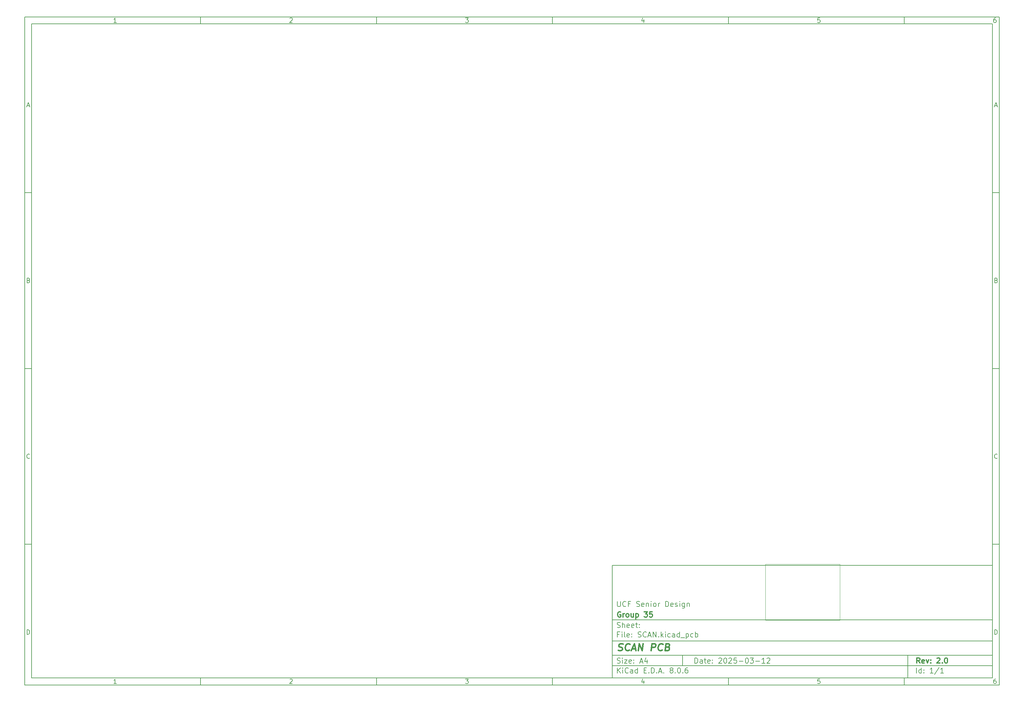
<source format=gbr>
G04 #@! TF.GenerationSoftware,KiCad,Pcbnew,8.0.6*
G04 #@! TF.CreationDate,2025-03-13T06:21:31-04:00*
G04 #@! TF.ProjectId,SCAN,5343414e-2e6b-4696-9361-645f70636258,2.0*
G04 #@! TF.SameCoordinates,Original*
G04 #@! TF.FileFunction,Glue,Bot*
G04 #@! TF.FilePolarity,Positive*
%FSLAX46Y46*%
G04 Gerber Fmt 4.6, Leading zero omitted, Abs format (unit mm)*
G04 Created by KiCad (PCBNEW 8.0.6) date 2025-03-13 06:21:31*
%MOMM*%
%LPD*%
G01*
G04 APERTURE LIST*
%ADD10C,0.100000*%
%ADD11C,0.150000*%
%ADD12C,0.300000*%
%ADD13C,0.400000*%
G04 APERTURE END LIST*
D10*
X220538867Y-165653700D02*
X220538867Y-181528700D01*
X241705533Y-181528700D01*
X241705533Y-165653700D01*
X220538867Y-165653700D01*
D11*
X177002200Y-166007200D02*
X285002200Y-166007200D01*
X285002200Y-198007200D01*
X177002200Y-198007200D01*
X177002200Y-166007200D01*
D10*
D11*
X10000000Y-10000000D02*
X287002200Y-10000000D01*
X287002200Y-200007200D01*
X10000000Y-200007200D01*
X10000000Y-10000000D01*
D10*
D11*
X12000000Y-12000000D02*
X285002200Y-12000000D01*
X285002200Y-198007200D01*
X12000000Y-198007200D01*
X12000000Y-12000000D01*
D10*
D11*
X60000000Y-12000000D02*
X60000000Y-10000000D01*
D10*
D11*
X110000000Y-12000000D02*
X110000000Y-10000000D01*
D10*
D11*
X160000000Y-12000000D02*
X160000000Y-10000000D01*
D10*
D11*
X210000000Y-12000000D02*
X210000000Y-10000000D01*
D10*
D11*
X260000000Y-12000000D02*
X260000000Y-10000000D01*
D10*
D11*
X36089160Y-11593604D02*
X35346303Y-11593604D01*
X35717731Y-11593604D02*
X35717731Y-10293604D01*
X35717731Y-10293604D02*
X35593922Y-10479319D01*
X35593922Y-10479319D02*
X35470112Y-10603128D01*
X35470112Y-10603128D02*
X35346303Y-10665033D01*
D10*
D11*
X85346303Y-10417414D02*
X85408207Y-10355509D01*
X85408207Y-10355509D02*
X85532017Y-10293604D01*
X85532017Y-10293604D02*
X85841541Y-10293604D01*
X85841541Y-10293604D02*
X85965350Y-10355509D01*
X85965350Y-10355509D02*
X86027255Y-10417414D01*
X86027255Y-10417414D02*
X86089160Y-10541223D01*
X86089160Y-10541223D02*
X86089160Y-10665033D01*
X86089160Y-10665033D02*
X86027255Y-10850747D01*
X86027255Y-10850747D02*
X85284398Y-11593604D01*
X85284398Y-11593604D02*
X86089160Y-11593604D01*
D10*
D11*
X135284398Y-10293604D02*
X136089160Y-10293604D01*
X136089160Y-10293604D02*
X135655826Y-10788842D01*
X135655826Y-10788842D02*
X135841541Y-10788842D01*
X135841541Y-10788842D02*
X135965350Y-10850747D01*
X135965350Y-10850747D02*
X136027255Y-10912652D01*
X136027255Y-10912652D02*
X136089160Y-11036461D01*
X136089160Y-11036461D02*
X136089160Y-11345985D01*
X136089160Y-11345985D02*
X136027255Y-11469795D01*
X136027255Y-11469795D02*
X135965350Y-11531700D01*
X135965350Y-11531700D02*
X135841541Y-11593604D01*
X135841541Y-11593604D02*
X135470112Y-11593604D01*
X135470112Y-11593604D02*
X135346303Y-11531700D01*
X135346303Y-11531700D02*
X135284398Y-11469795D01*
D10*
D11*
X185965350Y-10726938D02*
X185965350Y-11593604D01*
X185655826Y-10231700D02*
X185346303Y-11160271D01*
X185346303Y-11160271D02*
X186151064Y-11160271D01*
D10*
D11*
X236027255Y-10293604D02*
X235408207Y-10293604D01*
X235408207Y-10293604D02*
X235346303Y-10912652D01*
X235346303Y-10912652D02*
X235408207Y-10850747D01*
X235408207Y-10850747D02*
X235532017Y-10788842D01*
X235532017Y-10788842D02*
X235841541Y-10788842D01*
X235841541Y-10788842D02*
X235965350Y-10850747D01*
X235965350Y-10850747D02*
X236027255Y-10912652D01*
X236027255Y-10912652D02*
X236089160Y-11036461D01*
X236089160Y-11036461D02*
X236089160Y-11345985D01*
X236089160Y-11345985D02*
X236027255Y-11469795D01*
X236027255Y-11469795D02*
X235965350Y-11531700D01*
X235965350Y-11531700D02*
X235841541Y-11593604D01*
X235841541Y-11593604D02*
X235532017Y-11593604D01*
X235532017Y-11593604D02*
X235408207Y-11531700D01*
X235408207Y-11531700D02*
X235346303Y-11469795D01*
D10*
D11*
X285965350Y-10293604D02*
X285717731Y-10293604D01*
X285717731Y-10293604D02*
X285593922Y-10355509D01*
X285593922Y-10355509D02*
X285532017Y-10417414D01*
X285532017Y-10417414D02*
X285408207Y-10603128D01*
X285408207Y-10603128D02*
X285346303Y-10850747D01*
X285346303Y-10850747D02*
X285346303Y-11345985D01*
X285346303Y-11345985D02*
X285408207Y-11469795D01*
X285408207Y-11469795D02*
X285470112Y-11531700D01*
X285470112Y-11531700D02*
X285593922Y-11593604D01*
X285593922Y-11593604D02*
X285841541Y-11593604D01*
X285841541Y-11593604D02*
X285965350Y-11531700D01*
X285965350Y-11531700D02*
X286027255Y-11469795D01*
X286027255Y-11469795D02*
X286089160Y-11345985D01*
X286089160Y-11345985D02*
X286089160Y-11036461D01*
X286089160Y-11036461D02*
X286027255Y-10912652D01*
X286027255Y-10912652D02*
X285965350Y-10850747D01*
X285965350Y-10850747D02*
X285841541Y-10788842D01*
X285841541Y-10788842D02*
X285593922Y-10788842D01*
X285593922Y-10788842D02*
X285470112Y-10850747D01*
X285470112Y-10850747D02*
X285408207Y-10912652D01*
X285408207Y-10912652D02*
X285346303Y-11036461D01*
D10*
D11*
X60000000Y-198007200D02*
X60000000Y-200007200D01*
D10*
D11*
X110000000Y-198007200D02*
X110000000Y-200007200D01*
D10*
D11*
X160000000Y-198007200D02*
X160000000Y-200007200D01*
D10*
D11*
X210000000Y-198007200D02*
X210000000Y-200007200D01*
D10*
D11*
X260000000Y-198007200D02*
X260000000Y-200007200D01*
D10*
D11*
X36089160Y-199600804D02*
X35346303Y-199600804D01*
X35717731Y-199600804D02*
X35717731Y-198300804D01*
X35717731Y-198300804D02*
X35593922Y-198486519D01*
X35593922Y-198486519D02*
X35470112Y-198610328D01*
X35470112Y-198610328D02*
X35346303Y-198672233D01*
D10*
D11*
X85346303Y-198424614D02*
X85408207Y-198362709D01*
X85408207Y-198362709D02*
X85532017Y-198300804D01*
X85532017Y-198300804D02*
X85841541Y-198300804D01*
X85841541Y-198300804D02*
X85965350Y-198362709D01*
X85965350Y-198362709D02*
X86027255Y-198424614D01*
X86027255Y-198424614D02*
X86089160Y-198548423D01*
X86089160Y-198548423D02*
X86089160Y-198672233D01*
X86089160Y-198672233D02*
X86027255Y-198857947D01*
X86027255Y-198857947D02*
X85284398Y-199600804D01*
X85284398Y-199600804D02*
X86089160Y-199600804D01*
D10*
D11*
X135284398Y-198300804D02*
X136089160Y-198300804D01*
X136089160Y-198300804D02*
X135655826Y-198796042D01*
X135655826Y-198796042D02*
X135841541Y-198796042D01*
X135841541Y-198796042D02*
X135965350Y-198857947D01*
X135965350Y-198857947D02*
X136027255Y-198919852D01*
X136027255Y-198919852D02*
X136089160Y-199043661D01*
X136089160Y-199043661D02*
X136089160Y-199353185D01*
X136089160Y-199353185D02*
X136027255Y-199476995D01*
X136027255Y-199476995D02*
X135965350Y-199538900D01*
X135965350Y-199538900D02*
X135841541Y-199600804D01*
X135841541Y-199600804D02*
X135470112Y-199600804D01*
X135470112Y-199600804D02*
X135346303Y-199538900D01*
X135346303Y-199538900D02*
X135284398Y-199476995D01*
D10*
D11*
X185965350Y-198734138D02*
X185965350Y-199600804D01*
X185655826Y-198238900D02*
X185346303Y-199167471D01*
X185346303Y-199167471D02*
X186151064Y-199167471D01*
D10*
D11*
X236027255Y-198300804D02*
X235408207Y-198300804D01*
X235408207Y-198300804D02*
X235346303Y-198919852D01*
X235346303Y-198919852D02*
X235408207Y-198857947D01*
X235408207Y-198857947D02*
X235532017Y-198796042D01*
X235532017Y-198796042D02*
X235841541Y-198796042D01*
X235841541Y-198796042D02*
X235965350Y-198857947D01*
X235965350Y-198857947D02*
X236027255Y-198919852D01*
X236027255Y-198919852D02*
X236089160Y-199043661D01*
X236089160Y-199043661D02*
X236089160Y-199353185D01*
X236089160Y-199353185D02*
X236027255Y-199476995D01*
X236027255Y-199476995D02*
X235965350Y-199538900D01*
X235965350Y-199538900D02*
X235841541Y-199600804D01*
X235841541Y-199600804D02*
X235532017Y-199600804D01*
X235532017Y-199600804D02*
X235408207Y-199538900D01*
X235408207Y-199538900D02*
X235346303Y-199476995D01*
D10*
D11*
X285965350Y-198300804D02*
X285717731Y-198300804D01*
X285717731Y-198300804D02*
X285593922Y-198362709D01*
X285593922Y-198362709D02*
X285532017Y-198424614D01*
X285532017Y-198424614D02*
X285408207Y-198610328D01*
X285408207Y-198610328D02*
X285346303Y-198857947D01*
X285346303Y-198857947D02*
X285346303Y-199353185D01*
X285346303Y-199353185D02*
X285408207Y-199476995D01*
X285408207Y-199476995D02*
X285470112Y-199538900D01*
X285470112Y-199538900D02*
X285593922Y-199600804D01*
X285593922Y-199600804D02*
X285841541Y-199600804D01*
X285841541Y-199600804D02*
X285965350Y-199538900D01*
X285965350Y-199538900D02*
X286027255Y-199476995D01*
X286027255Y-199476995D02*
X286089160Y-199353185D01*
X286089160Y-199353185D02*
X286089160Y-199043661D01*
X286089160Y-199043661D02*
X286027255Y-198919852D01*
X286027255Y-198919852D02*
X285965350Y-198857947D01*
X285965350Y-198857947D02*
X285841541Y-198796042D01*
X285841541Y-198796042D02*
X285593922Y-198796042D01*
X285593922Y-198796042D02*
X285470112Y-198857947D01*
X285470112Y-198857947D02*
X285408207Y-198919852D01*
X285408207Y-198919852D02*
X285346303Y-199043661D01*
D10*
D11*
X10000000Y-60000000D02*
X12000000Y-60000000D01*
D10*
D11*
X10000000Y-110000000D02*
X12000000Y-110000000D01*
D10*
D11*
X10000000Y-160000000D02*
X12000000Y-160000000D01*
D10*
D11*
X10690476Y-35222176D02*
X11309523Y-35222176D01*
X10566666Y-35593604D02*
X10999999Y-34293604D01*
X10999999Y-34293604D02*
X11433333Y-35593604D01*
D10*
D11*
X11092857Y-84912652D02*
X11278571Y-84974557D01*
X11278571Y-84974557D02*
X11340476Y-85036461D01*
X11340476Y-85036461D02*
X11402380Y-85160271D01*
X11402380Y-85160271D02*
X11402380Y-85345985D01*
X11402380Y-85345985D02*
X11340476Y-85469795D01*
X11340476Y-85469795D02*
X11278571Y-85531700D01*
X11278571Y-85531700D02*
X11154761Y-85593604D01*
X11154761Y-85593604D02*
X10659523Y-85593604D01*
X10659523Y-85593604D02*
X10659523Y-84293604D01*
X10659523Y-84293604D02*
X11092857Y-84293604D01*
X11092857Y-84293604D02*
X11216666Y-84355509D01*
X11216666Y-84355509D02*
X11278571Y-84417414D01*
X11278571Y-84417414D02*
X11340476Y-84541223D01*
X11340476Y-84541223D02*
X11340476Y-84665033D01*
X11340476Y-84665033D02*
X11278571Y-84788842D01*
X11278571Y-84788842D02*
X11216666Y-84850747D01*
X11216666Y-84850747D02*
X11092857Y-84912652D01*
X11092857Y-84912652D02*
X10659523Y-84912652D01*
D10*
D11*
X11402380Y-135469795D02*
X11340476Y-135531700D01*
X11340476Y-135531700D02*
X11154761Y-135593604D01*
X11154761Y-135593604D02*
X11030952Y-135593604D01*
X11030952Y-135593604D02*
X10845238Y-135531700D01*
X10845238Y-135531700D02*
X10721428Y-135407890D01*
X10721428Y-135407890D02*
X10659523Y-135284080D01*
X10659523Y-135284080D02*
X10597619Y-135036461D01*
X10597619Y-135036461D02*
X10597619Y-134850747D01*
X10597619Y-134850747D02*
X10659523Y-134603128D01*
X10659523Y-134603128D02*
X10721428Y-134479319D01*
X10721428Y-134479319D02*
X10845238Y-134355509D01*
X10845238Y-134355509D02*
X11030952Y-134293604D01*
X11030952Y-134293604D02*
X11154761Y-134293604D01*
X11154761Y-134293604D02*
X11340476Y-134355509D01*
X11340476Y-134355509D02*
X11402380Y-134417414D01*
D10*
D11*
X10659523Y-185593604D02*
X10659523Y-184293604D01*
X10659523Y-184293604D02*
X10969047Y-184293604D01*
X10969047Y-184293604D02*
X11154761Y-184355509D01*
X11154761Y-184355509D02*
X11278571Y-184479319D01*
X11278571Y-184479319D02*
X11340476Y-184603128D01*
X11340476Y-184603128D02*
X11402380Y-184850747D01*
X11402380Y-184850747D02*
X11402380Y-185036461D01*
X11402380Y-185036461D02*
X11340476Y-185284080D01*
X11340476Y-185284080D02*
X11278571Y-185407890D01*
X11278571Y-185407890D02*
X11154761Y-185531700D01*
X11154761Y-185531700D02*
X10969047Y-185593604D01*
X10969047Y-185593604D02*
X10659523Y-185593604D01*
D10*
D11*
X287002200Y-60000000D02*
X285002200Y-60000000D01*
D10*
D11*
X287002200Y-110000000D02*
X285002200Y-110000000D01*
D10*
D11*
X287002200Y-160000000D02*
X285002200Y-160000000D01*
D10*
D11*
X285692676Y-35222176D02*
X286311723Y-35222176D01*
X285568866Y-35593604D02*
X286002199Y-34293604D01*
X286002199Y-34293604D02*
X286435533Y-35593604D01*
D10*
D11*
X286095057Y-84912652D02*
X286280771Y-84974557D01*
X286280771Y-84974557D02*
X286342676Y-85036461D01*
X286342676Y-85036461D02*
X286404580Y-85160271D01*
X286404580Y-85160271D02*
X286404580Y-85345985D01*
X286404580Y-85345985D02*
X286342676Y-85469795D01*
X286342676Y-85469795D02*
X286280771Y-85531700D01*
X286280771Y-85531700D02*
X286156961Y-85593604D01*
X286156961Y-85593604D02*
X285661723Y-85593604D01*
X285661723Y-85593604D02*
X285661723Y-84293604D01*
X285661723Y-84293604D02*
X286095057Y-84293604D01*
X286095057Y-84293604D02*
X286218866Y-84355509D01*
X286218866Y-84355509D02*
X286280771Y-84417414D01*
X286280771Y-84417414D02*
X286342676Y-84541223D01*
X286342676Y-84541223D02*
X286342676Y-84665033D01*
X286342676Y-84665033D02*
X286280771Y-84788842D01*
X286280771Y-84788842D02*
X286218866Y-84850747D01*
X286218866Y-84850747D02*
X286095057Y-84912652D01*
X286095057Y-84912652D02*
X285661723Y-84912652D01*
D10*
D11*
X286404580Y-135469795D02*
X286342676Y-135531700D01*
X286342676Y-135531700D02*
X286156961Y-135593604D01*
X286156961Y-135593604D02*
X286033152Y-135593604D01*
X286033152Y-135593604D02*
X285847438Y-135531700D01*
X285847438Y-135531700D02*
X285723628Y-135407890D01*
X285723628Y-135407890D02*
X285661723Y-135284080D01*
X285661723Y-135284080D02*
X285599819Y-135036461D01*
X285599819Y-135036461D02*
X285599819Y-134850747D01*
X285599819Y-134850747D02*
X285661723Y-134603128D01*
X285661723Y-134603128D02*
X285723628Y-134479319D01*
X285723628Y-134479319D02*
X285847438Y-134355509D01*
X285847438Y-134355509D02*
X286033152Y-134293604D01*
X286033152Y-134293604D02*
X286156961Y-134293604D01*
X286156961Y-134293604D02*
X286342676Y-134355509D01*
X286342676Y-134355509D02*
X286404580Y-134417414D01*
D10*
D11*
X285661723Y-185593604D02*
X285661723Y-184293604D01*
X285661723Y-184293604D02*
X285971247Y-184293604D01*
X285971247Y-184293604D02*
X286156961Y-184355509D01*
X286156961Y-184355509D02*
X286280771Y-184479319D01*
X286280771Y-184479319D02*
X286342676Y-184603128D01*
X286342676Y-184603128D02*
X286404580Y-184850747D01*
X286404580Y-184850747D02*
X286404580Y-185036461D01*
X286404580Y-185036461D02*
X286342676Y-185284080D01*
X286342676Y-185284080D02*
X286280771Y-185407890D01*
X286280771Y-185407890D02*
X286156961Y-185531700D01*
X286156961Y-185531700D02*
X285971247Y-185593604D01*
X285971247Y-185593604D02*
X285661723Y-185593604D01*
D10*
D11*
X200458026Y-193793328D02*
X200458026Y-192293328D01*
X200458026Y-192293328D02*
X200815169Y-192293328D01*
X200815169Y-192293328D02*
X201029455Y-192364757D01*
X201029455Y-192364757D02*
X201172312Y-192507614D01*
X201172312Y-192507614D02*
X201243741Y-192650471D01*
X201243741Y-192650471D02*
X201315169Y-192936185D01*
X201315169Y-192936185D02*
X201315169Y-193150471D01*
X201315169Y-193150471D02*
X201243741Y-193436185D01*
X201243741Y-193436185D02*
X201172312Y-193579042D01*
X201172312Y-193579042D02*
X201029455Y-193721900D01*
X201029455Y-193721900D02*
X200815169Y-193793328D01*
X200815169Y-193793328D02*
X200458026Y-193793328D01*
X202600884Y-193793328D02*
X202600884Y-193007614D01*
X202600884Y-193007614D02*
X202529455Y-192864757D01*
X202529455Y-192864757D02*
X202386598Y-192793328D01*
X202386598Y-192793328D02*
X202100884Y-192793328D01*
X202100884Y-192793328D02*
X201958026Y-192864757D01*
X202600884Y-193721900D02*
X202458026Y-193793328D01*
X202458026Y-193793328D02*
X202100884Y-193793328D01*
X202100884Y-193793328D02*
X201958026Y-193721900D01*
X201958026Y-193721900D02*
X201886598Y-193579042D01*
X201886598Y-193579042D02*
X201886598Y-193436185D01*
X201886598Y-193436185D02*
X201958026Y-193293328D01*
X201958026Y-193293328D02*
X202100884Y-193221900D01*
X202100884Y-193221900D02*
X202458026Y-193221900D01*
X202458026Y-193221900D02*
X202600884Y-193150471D01*
X203100884Y-192793328D02*
X203672312Y-192793328D01*
X203315169Y-192293328D02*
X203315169Y-193579042D01*
X203315169Y-193579042D02*
X203386598Y-193721900D01*
X203386598Y-193721900D02*
X203529455Y-193793328D01*
X203529455Y-193793328D02*
X203672312Y-193793328D01*
X204743741Y-193721900D02*
X204600884Y-193793328D01*
X204600884Y-193793328D02*
X204315170Y-193793328D01*
X204315170Y-193793328D02*
X204172312Y-193721900D01*
X204172312Y-193721900D02*
X204100884Y-193579042D01*
X204100884Y-193579042D02*
X204100884Y-193007614D01*
X204100884Y-193007614D02*
X204172312Y-192864757D01*
X204172312Y-192864757D02*
X204315170Y-192793328D01*
X204315170Y-192793328D02*
X204600884Y-192793328D01*
X204600884Y-192793328D02*
X204743741Y-192864757D01*
X204743741Y-192864757D02*
X204815170Y-193007614D01*
X204815170Y-193007614D02*
X204815170Y-193150471D01*
X204815170Y-193150471D02*
X204100884Y-193293328D01*
X205458026Y-193650471D02*
X205529455Y-193721900D01*
X205529455Y-193721900D02*
X205458026Y-193793328D01*
X205458026Y-193793328D02*
X205386598Y-193721900D01*
X205386598Y-193721900D02*
X205458026Y-193650471D01*
X205458026Y-193650471D02*
X205458026Y-193793328D01*
X205458026Y-192864757D02*
X205529455Y-192936185D01*
X205529455Y-192936185D02*
X205458026Y-193007614D01*
X205458026Y-193007614D02*
X205386598Y-192936185D01*
X205386598Y-192936185D02*
X205458026Y-192864757D01*
X205458026Y-192864757D02*
X205458026Y-193007614D01*
X207243741Y-192436185D02*
X207315169Y-192364757D01*
X207315169Y-192364757D02*
X207458027Y-192293328D01*
X207458027Y-192293328D02*
X207815169Y-192293328D01*
X207815169Y-192293328D02*
X207958027Y-192364757D01*
X207958027Y-192364757D02*
X208029455Y-192436185D01*
X208029455Y-192436185D02*
X208100884Y-192579042D01*
X208100884Y-192579042D02*
X208100884Y-192721900D01*
X208100884Y-192721900D02*
X208029455Y-192936185D01*
X208029455Y-192936185D02*
X207172312Y-193793328D01*
X207172312Y-193793328D02*
X208100884Y-193793328D01*
X209029455Y-192293328D02*
X209172312Y-192293328D01*
X209172312Y-192293328D02*
X209315169Y-192364757D01*
X209315169Y-192364757D02*
X209386598Y-192436185D01*
X209386598Y-192436185D02*
X209458026Y-192579042D01*
X209458026Y-192579042D02*
X209529455Y-192864757D01*
X209529455Y-192864757D02*
X209529455Y-193221900D01*
X209529455Y-193221900D02*
X209458026Y-193507614D01*
X209458026Y-193507614D02*
X209386598Y-193650471D01*
X209386598Y-193650471D02*
X209315169Y-193721900D01*
X209315169Y-193721900D02*
X209172312Y-193793328D01*
X209172312Y-193793328D02*
X209029455Y-193793328D01*
X209029455Y-193793328D02*
X208886598Y-193721900D01*
X208886598Y-193721900D02*
X208815169Y-193650471D01*
X208815169Y-193650471D02*
X208743740Y-193507614D01*
X208743740Y-193507614D02*
X208672312Y-193221900D01*
X208672312Y-193221900D02*
X208672312Y-192864757D01*
X208672312Y-192864757D02*
X208743740Y-192579042D01*
X208743740Y-192579042D02*
X208815169Y-192436185D01*
X208815169Y-192436185D02*
X208886598Y-192364757D01*
X208886598Y-192364757D02*
X209029455Y-192293328D01*
X210100883Y-192436185D02*
X210172311Y-192364757D01*
X210172311Y-192364757D02*
X210315169Y-192293328D01*
X210315169Y-192293328D02*
X210672311Y-192293328D01*
X210672311Y-192293328D02*
X210815169Y-192364757D01*
X210815169Y-192364757D02*
X210886597Y-192436185D01*
X210886597Y-192436185D02*
X210958026Y-192579042D01*
X210958026Y-192579042D02*
X210958026Y-192721900D01*
X210958026Y-192721900D02*
X210886597Y-192936185D01*
X210886597Y-192936185D02*
X210029454Y-193793328D01*
X210029454Y-193793328D02*
X210958026Y-193793328D01*
X212315168Y-192293328D02*
X211600882Y-192293328D01*
X211600882Y-192293328D02*
X211529454Y-193007614D01*
X211529454Y-193007614D02*
X211600882Y-192936185D01*
X211600882Y-192936185D02*
X211743740Y-192864757D01*
X211743740Y-192864757D02*
X212100882Y-192864757D01*
X212100882Y-192864757D02*
X212243740Y-192936185D01*
X212243740Y-192936185D02*
X212315168Y-193007614D01*
X212315168Y-193007614D02*
X212386597Y-193150471D01*
X212386597Y-193150471D02*
X212386597Y-193507614D01*
X212386597Y-193507614D02*
X212315168Y-193650471D01*
X212315168Y-193650471D02*
X212243740Y-193721900D01*
X212243740Y-193721900D02*
X212100882Y-193793328D01*
X212100882Y-193793328D02*
X211743740Y-193793328D01*
X211743740Y-193793328D02*
X211600882Y-193721900D01*
X211600882Y-193721900D02*
X211529454Y-193650471D01*
X213029453Y-193221900D02*
X214172311Y-193221900D01*
X215172311Y-192293328D02*
X215315168Y-192293328D01*
X215315168Y-192293328D02*
X215458025Y-192364757D01*
X215458025Y-192364757D02*
X215529454Y-192436185D01*
X215529454Y-192436185D02*
X215600882Y-192579042D01*
X215600882Y-192579042D02*
X215672311Y-192864757D01*
X215672311Y-192864757D02*
X215672311Y-193221900D01*
X215672311Y-193221900D02*
X215600882Y-193507614D01*
X215600882Y-193507614D02*
X215529454Y-193650471D01*
X215529454Y-193650471D02*
X215458025Y-193721900D01*
X215458025Y-193721900D02*
X215315168Y-193793328D01*
X215315168Y-193793328D02*
X215172311Y-193793328D01*
X215172311Y-193793328D02*
X215029454Y-193721900D01*
X215029454Y-193721900D02*
X214958025Y-193650471D01*
X214958025Y-193650471D02*
X214886596Y-193507614D01*
X214886596Y-193507614D02*
X214815168Y-193221900D01*
X214815168Y-193221900D02*
X214815168Y-192864757D01*
X214815168Y-192864757D02*
X214886596Y-192579042D01*
X214886596Y-192579042D02*
X214958025Y-192436185D01*
X214958025Y-192436185D02*
X215029454Y-192364757D01*
X215029454Y-192364757D02*
X215172311Y-192293328D01*
X216172310Y-192293328D02*
X217100882Y-192293328D01*
X217100882Y-192293328D02*
X216600882Y-192864757D01*
X216600882Y-192864757D02*
X216815167Y-192864757D01*
X216815167Y-192864757D02*
X216958025Y-192936185D01*
X216958025Y-192936185D02*
X217029453Y-193007614D01*
X217029453Y-193007614D02*
X217100882Y-193150471D01*
X217100882Y-193150471D02*
X217100882Y-193507614D01*
X217100882Y-193507614D02*
X217029453Y-193650471D01*
X217029453Y-193650471D02*
X216958025Y-193721900D01*
X216958025Y-193721900D02*
X216815167Y-193793328D01*
X216815167Y-193793328D02*
X216386596Y-193793328D01*
X216386596Y-193793328D02*
X216243739Y-193721900D01*
X216243739Y-193721900D02*
X216172310Y-193650471D01*
X217743738Y-193221900D02*
X218886596Y-193221900D01*
X220386596Y-193793328D02*
X219529453Y-193793328D01*
X219958024Y-193793328D02*
X219958024Y-192293328D01*
X219958024Y-192293328D02*
X219815167Y-192507614D01*
X219815167Y-192507614D02*
X219672310Y-192650471D01*
X219672310Y-192650471D02*
X219529453Y-192721900D01*
X220958024Y-192436185D02*
X221029452Y-192364757D01*
X221029452Y-192364757D02*
X221172310Y-192293328D01*
X221172310Y-192293328D02*
X221529452Y-192293328D01*
X221529452Y-192293328D02*
X221672310Y-192364757D01*
X221672310Y-192364757D02*
X221743738Y-192436185D01*
X221743738Y-192436185D02*
X221815167Y-192579042D01*
X221815167Y-192579042D02*
X221815167Y-192721900D01*
X221815167Y-192721900D02*
X221743738Y-192936185D01*
X221743738Y-192936185D02*
X220886595Y-193793328D01*
X220886595Y-193793328D02*
X221815167Y-193793328D01*
D10*
D11*
X177002200Y-194507200D02*
X285002200Y-194507200D01*
D10*
D11*
X178458026Y-196593328D02*
X178458026Y-195093328D01*
X179315169Y-196593328D02*
X178672312Y-195736185D01*
X179315169Y-195093328D02*
X178458026Y-195950471D01*
X179958026Y-196593328D02*
X179958026Y-195593328D01*
X179958026Y-195093328D02*
X179886598Y-195164757D01*
X179886598Y-195164757D02*
X179958026Y-195236185D01*
X179958026Y-195236185D02*
X180029455Y-195164757D01*
X180029455Y-195164757D02*
X179958026Y-195093328D01*
X179958026Y-195093328D02*
X179958026Y-195236185D01*
X181529455Y-196450471D02*
X181458027Y-196521900D01*
X181458027Y-196521900D02*
X181243741Y-196593328D01*
X181243741Y-196593328D02*
X181100884Y-196593328D01*
X181100884Y-196593328D02*
X180886598Y-196521900D01*
X180886598Y-196521900D02*
X180743741Y-196379042D01*
X180743741Y-196379042D02*
X180672312Y-196236185D01*
X180672312Y-196236185D02*
X180600884Y-195950471D01*
X180600884Y-195950471D02*
X180600884Y-195736185D01*
X180600884Y-195736185D02*
X180672312Y-195450471D01*
X180672312Y-195450471D02*
X180743741Y-195307614D01*
X180743741Y-195307614D02*
X180886598Y-195164757D01*
X180886598Y-195164757D02*
X181100884Y-195093328D01*
X181100884Y-195093328D02*
X181243741Y-195093328D01*
X181243741Y-195093328D02*
X181458027Y-195164757D01*
X181458027Y-195164757D02*
X181529455Y-195236185D01*
X182815170Y-196593328D02*
X182815170Y-195807614D01*
X182815170Y-195807614D02*
X182743741Y-195664757D01*
X182743741Y-195664757D02*
X182600884Y-195593328D01*
X182600884Y-195593328D02*
X182315170Y-195593328D01*
X182315170Y-195593328D02*
X182172312Y-195664757D01*
X182815170Y-196521900D02*
X182672312Y-196593328D01*
X182672312Y-196593328D02*
X182315170Y-196593328D01*
X182315170Y-196593328D02*
X182172312Y-196521900D01*
X182172312Y-196521900D02*
X182100884Y-196379042D01*
X182100884Y-196379042D02*
X182100884Y-196236185D01*
X182100884Y-196236185D02*
X182172312Y-196093328D01*
X182172312Y-196093328D02*
X182315170Y-196021900D01*
X182315170Y-196021900D02*
X182672312Y-196021900D01*
X182672312Y-196021900D02*
X182815170Y-195950471D01*
X184172313Y-196593328D02*
X184172313Y-195093328D01*
X184172313Y-196521900D02*
X184029455Y-196593328D01*
X184029455Y-196593328D02*
X183743741Y-196593328D01*
X183743741Y-196593328D02*
X183600884Y-196521900D01*
X183600884Y-196521900D02*
X183529455Y-196450471D01*
X183529455Y-196450471D02*
X183458027Y-196307614D01*
X183458027Y-196307614D02*
X183458027Y-195879042D01*
X183458027Y-195879042D02*
X183529455Y-195736185D01*
X183529455Y-195736185D02*
X183600884Y-195664757D01*
X183600884Y-195664757D02*
X183743741Y-195593328D01*
X183743741Y-195593328D02*
X184029455Y-195593328D01*
X184029455Y-195593328D02*
X184172313Y-195664757D01*
X186029455Y-195807614D02*
X186529455Y-195807614D01*
X186743741Y-196593328D02*
X186029455Y-196593328D01*
X186029455Y-196593328D02*
X186029455Y-195093328D01*
X186029455Y-195093328D02*
X186743741Y-195093328D01*
X187386598Y-196450471D02*
X187458027Y-196521900D01*
X187458027Y-196521900D02*
X187386598Y-196593328D01*
X187386598Y-196593328D02*
X187315170Y-196521900D01*
X187315170Y-196521900D02*
X187386598Y-196450471D01*
X187386598Y-196450471D02*
X187386598Y-196593328D01*
X188100884Y-196593328D02*
X188100884Y-195093328D01*
X188100884Y-195093328D02*
X188458027Y-195093328D01*
X188458027Y-195093328D02*
X188672313Y-195164757D01*
X188672313Y-195164757D02*
X188815170Y-195307614D01*
X188815170Y-195307614D02*
X188886599Y-195450471D01*
X188886599Y-195450471D02*
X188958027Y-195736185D01*
X188958027Y-195736185D02*
X188958027Y-195950471D01*
X188958027Y-195950471D02*
X188886599Y-196236185D01*
X188886599Y-196236185D02*
X188815170Y-196379042D01*
X188815170Y-196379042D02*
X188672313Y-196521900D01*
X188672313Y-196521900D02*
X188458027Y-196593328D01*
X188458027Y-196593328D02*
X188100884Y-196593328D01*
X189600884Y-196450471D02*
X189672313Y-196521900D01*
X189672313Y-196521900D02*
X189600884Y-196593328D01*
X189600884Y-196593328D02*
X189529456Y-196521900D01*
X189529456Y-196521900D02*
X189600884Y-196450471D01*
X189600884Y-196450471D02*
X189600884Y-196593328D01*
X190243742Y-196164757D02*
X190958028Y-196164757D01*
X190100885Y-196593328D02*
X190600885Y-195093328D01*
X190600885Y-195093328D02*
X191100885Y-196593328D01*
X191600884Y-196450471D02*
X191672313Y-196521900D01*
X191672313Y-196521900D02*
X191600884Y-196593328D01*
X191600884Y-196593328D02*
X191529456Y-196521900D01*
X191529456Y-196521900D02*
X191600884Y-196450471D01*
X191600884Y-196450471D02*
X191600884Y-196593328D01*
X193672313Y-195736185D02*
X193529456Y-195664757D01*
X193529456Y-195664757D02*
X193458027Y-195593328D01*
X193458027Y-195593328D02*
X193386599Y-195450471D01*
X193386599Y-195450471D02*
X193386599Y-195379042D01*
X193386599Y-195379042D02*
X193458027Y-195236185D01*
X193458027Y-195236185D02*
X193529456Y-195164757D01*
X193529456Y-195164757D02*
X193672313Y-195093328D01*
X193672313Y-195093328D02*
X193958027Y-195093328D01*
X193958027Y-195093328D02*
X194100885Y-195164757D01*
X194100885Y-195164757D02*
X194172313Y-195236185D01*
X194172313Y-195236185D02*
X194243742Y-195379042D01*
X194243742Y-195379042D02*
X194243742Y-195450471D01*
X194243742Y-195450471D02*
X194172313Y-195593328D01*
X194172313Y-195593328D02*
X194100885Y-195664757D01*
X194100885Y-195664757D02*
X193958027Y-195736185D01*
X193958027Y-195736185D02*
X193672313Y-195736185D01*
X193672313Y-195736185D02*
X193529456Y-195807614D01*
X193529456Y-195807614D02*
X193458027Y-195879042D01*
X193458027Y-195879042D02*
X193386599Y-196021900D01*
X193386599Y-196021900D02*
X193386599Y-196307614D01*
X193386599Y-196307614D02*
X193458027Y-196450471D01*
X193458027Y-196450471D02*
X193529456Y-196521900D01*
X193529456Y-196521900D02*
X193672313Y-196593328D01*
X193672313Y-196593328D02*
X193958027Y-196593328D01*
X193958027Y-196593328D02*
X194100885Y-196521900D01*
X194100885Y-196521900D02*
X194172313Y-196450471D01*
X194172313Y-196450471D02*
X194243742Y-196307614D01*
X194243742Y-196307614D02*
X194243742Y-196021900D01*
X194243742Y-196021900D02*
X194172313Y-195879042D01*
X194172313Y-195879042D02*
X194100885Y-195807614D01*
X194100885Y-195807614D02*
X193958027Y-195736185D01*
X194886598Y-196450471D02*
X194958027Y-196521900D01*
X194958027Y-196521900D02*
X194886598Y-196593328D01*
X194886598Y-196593328D02*
X194815170Y-196521900D01*
X194815170Y-196521900D02*
X194886598Y-196450471D01*
X194886598Y-196450471D02*
X194886598Y-196593328D01*
X195886599Y-195093328D02*
X196029456Y-195093328D01*
X196029456Y-195093328D02*
X196172313Y-195164757D01*
X196172313Y-195164757D02*
X196243742Y-195236185D01*
X196243742Y-195236185D02*
X196315170Y-195379042D01*
X196315170Y-195379042D02*
X196386599Y-195664757D01*
X196386599Y-195664757D02*
X196386599Y-196021900D01*
X196386599Y-196021900D02*
X196315170Y-196307614D01*
X196315170Y-196307614D02*
X196243742Y-196450471D01*
X196243742Y-196450471D02*
X196172313Y-196521900D01*
X196172313Y-196521900D02*
X196029456Y-196593328D01*
X196029456Y-196593328D02*
X195886599Y-196593328D01*
X195886599Y-196593328D02*
X195743742Y-196521900D01*
X195743742Y-196521900D02*
X195672313Y-196450471D01*
X195672313Y-196450471D02*
X195600884Y-196307614D01*
X195600884Y-196307614D02*
X195529456Y-196021900D01*
X195529456Y-196021900D02*
X195529456Y-195664757D01*
X195529456Y-195664757D02*
X195600884Y-195379042D01*
X195600884Y-195379042D02*
X195672313Y-195236185D01*
X195672313Y-195236185D02*
X195743742Y-195164757D01*
X195743742Y-195164757D02*
X195886599Y-195093328D01*
X197029455Y-196450471D02*
X197100884Y-196521900D01*
X197100884Y-196521900D02*
X197029455Y-196593328D01*
X197029455Y-196593328D02*
X196958027Y-196521900D01*
X196958027Y-196521900D02*
X197029455Y-196450471D01*
X197029455Y-196450471D02*
X197029455Y-196593328D01*
X198386599Y-195093328D02*
X198100884Y-195093328D01*
X198100884Y-195093328D02*
X197958027Y-195164757D01*
X197958027Y-195164757D02*
X197886599Y-195236185D01*
X197886599Y-195236185D02*
X197743741Y-195450471D01*
X197743741Y-195450471D02*
X197672313Y-195736185D01*
X197672313Y-195736185D02*
X197672313Y-196307614D01*
X197672313Y-196307614D02*
X197743741Y-196450471D01*
X197743741Y-196450471D02*
X197815170Y-196521900D01*
X197815170Y-196521900D02*
X197958027Y-196593328D01*
X197958027Y-196593328D02*
X198243741Y-196593328D01*
X198243741Y-196593328D02*
X198386599Y-196521900D01*
X198386599Y-196521900D02*
X198458027Y-196450471D01*
X198458027Y-196450471D02*
X198529456Y-196307614D01*
X198529456Y-196307614D02*
X198529456Y-195950471D01*
X198529456Y-195950471D02*
X198458027Y-195807614D01*
X198458027Y-195807614D02*
X198386599Y-195736185D01*
X198386599Y-195736185D02*
X198243741Y-195664757D01*
X198243741Y-195664757D02*
X197958027Y-195664757D01*
X197958027Y-195664757D02*
X197815170Y-195736185D01*
X197815170Y-195736185D02*
X197743741Y-195807614D01*
X197743741Y-195807614D02*
X197672313Y-195950471D01*
D10*
D11*
X177002200Y-191507200D02*
X285002200Y-191507200D01*
D10*
D12*
X264413853Y-193785528D02*
X263913853Y-193071242D01*
X263556710Y-193785528D02*
X263556710Y-192285528D01*
X263556710Y-192285528D02*
X264128139Y-192285528D01*
X264128139Y-192285528D02*
X264270996Y-192356957D01*
X264270996Y-192356957D02*
X264342425Y-192428385D01*
X264342425Y-192428385D02*
X264413853Y-192571242D01*
X264413853Y-192571242D02*
X264413853Y-192785528D01*
X264413853Y-192785528D02*
X264342425Y-192928385D01*
X264342425Y-192928385D02*
X264270996Y-192999814D01*
X264270996Y-192999814D02*
X264128139Y-193071242D01*
X264128139Y-193071242D02*
X263556710Y-193071242D01*
X265628139Y-193714100D02*
X265485282Y-193785528D01*
X265485282Y-193785528D02*
X265199568Y-193785528D01*
X265199568Y-193785528D02*
X265056710Y-193714100D01*
X265056710Y-193714100D02*
X264985282Y-193571242D01*
X264985282Y-193571242D02*
X264985282Y-192999814D01*
X264985282Y-192999814D02*
X265056710Y-192856957D01*
X265056710Y-192856957D02*
X265199568Y-192785528D01*
X265199568Y-192785528D02*
X265485282Y-192785528D01*
X265485282Y-192785528D02*
X265628139Y-192856957D01*
X265628139Y-192856957D02*
X265699568Y-192999814D01*
X265699568Y-192999814D02*
X265699568Y-193142671D01*
X265699568Y-193142671D02*
X264985282Y-193285528D01*
X266199567Y-192785528D02*
X266556710Y-193785528D01*
X266556710Y-193785528D02*
X266913853Y-192785528D01*
X267485281Y-193642671D02*
X267556710Y-193714100D01*
X267556710Y-193714100D02*
X267485281Y-193785528D01*
X267485281Y-193785528D02*
X267413853Y-193714100D01*
X267413853Y-193714100D02*
X267485281Y-193642671D01*
X267485281Y-193642671D02*
X267485281Y-193785528D01*
X267485281Y-192856957D02*
X267556710Y-192928385D01*
X267556710Y-192928385D02*
X267485281Y-192999814D01*
X267485281Y-192999814D02*
X267413853Y-192928385D01*
X267413853Y-192928385D02*
X267485281Y-192856957D01*
X267485281Y-192856957D02*
X267485281Y-192999814D01*
X269270996Y-192428385D02*
X269342424Y-192356957D01*
X269342424Y-192356957D02*
X269485282Y-192285528D01*
X269485282Y-192285528D02*
X269842424Y-192285528D01*
X269842424Y-192285528D02*
X269985282Y-192356957D01*
X269985282Y-192356957D02*
X270056710Y-192428385D01*
X270056710Y-192428385D02*
X270128139Y-192571242D01*
X270128139Y-192571242D02*
X270128139Y-192714100D01*
X270128139Y-192714100D02*
X270056710Y-192928385D01*
X270056710Y-192928385D02*
X269199567Y-193785528D01*
X269199567Y-193785528D02*
X270128139Y-193785528D01*
X270770995Y-193642671D02*
X270842424Y-193714100D01*
X270842424Y-193714100D02*
X270770995Y-193785528D01*
X270770995Y-193785528D02*
X270699567Y-193714100D01*
X270699567Y-193714100D02*
X270770995Y-193642671D01*
X270770995Y-193642671D02*
X270770995Y-193785528D01*
X271770996Y-192285528D02*
X271913853Y-192285528D01*
X271913853Y-192285528D02*
X272056710Y-192356957D01*
X272056710Y-192356957D02*
X272128139Y-192428385D01*
X272128139Y-192428385D02*
X272199567Y-192571242D01*
X272199567Y-192571242D02*
X272270996Y-192856957D01*
X272270996Y-192856957D02*
X272270996Y-193214100D01*
X272270996Y-193214100D02*
X272199567Y-193499814D01*
X272199567Y-193499814D02*
X272128139Y-193642671D01*
X272128139Y-193642671D02*
X272056710Y-193714100D01*
X272056710Y-193714100D02*
X271913853Y-193785528D01*
X271913853Y-193785528D02*
X271770996Y-193785528D01*
X271770996Y-193785528D02*
X271628139Y-193714100D01*
X271628139Y-193714100D02*
X271556710Y-193642671D01*
X271556710Y-193642671D02*
X271485281Y-193499814D01*
X271485281Y-193499814D02*
X271413853Y-193214100D01*
X271413853Y-193214100D02*
X271413853Y-192856957D01*
X271413853Y-192856957D02*
X271485281Y-192571242D01*
X271485281Y-192571242D02*
X271556710Y-192428385D01*
X271556710Y-192428385D02*
X271628139Y-192356957D01*
X271628139Y-192356957D02*
X271770996Y-192285528D01*
D10*
D11*
X178386598Y-193721900D02*
X178600884Y-193793328D01*
X178600884Y-193793328D02*
X178958026Y-193793328D01*
X178958026Y-193793328D02*
X179100884Y-193721900D01*
X179100884Y-193721900D02*
X179172312Y-193650471D01*
X179172312Y-193650471D02*
X179243741Y-193507614D01*
X179243741Y-193507614D02*
X179243741Y-193364757D01*
X179243741Y-193364757D02*
X179172312Y-193221900D01*
X179172312Y-193221900D02*
X179100884Y-193150471D01*
X179100884Y-193150471D02*
X178958026Y-193079042D01*
X178958026Y-193079042D02*
X178672312Y-193007614D01*
X178672312Y-193007614D02*
X178529455Y-192936185D01*
X178529455Y-192936185D02*
X178458026Y-192864757D01*
X178458026Y-192864757D02*
X178386598Y-192721900D01*
X178386598Y-192721900D02*
X178386598Y-192579042D01*
X178386598Y-192579042D02*
X178458026Y-192436185D01*
X178458026Y-192436185D02*
X178529455Y-192364757D01*
X178529455Y-192364757D02*
X178672312Y-192293328D01*
X178672312Y-192293328D02*
X179029455Y-192293328D01*
X179029455Y-192293328D02*
X179243741Y-192364757D01*
X179886597Y-193793328D02*
X179886597Y-192793328D01*
X179886597Y-192293328D02*
X179815169Y-192364757D01*
X179815169Y-192364757D02*
X179886597Y-192436185D01*
X179886597Y-192436185D02*
X179958026Y-192364757D01*
X179958026Y-192364757D02*
X179886597Y-192293328D01*
X179886597Y-192293328D02*
X179886597Y-192436185D01*
X180458026Y-192793328D02*
X181243741Y-192793328D01*
X181243741Y-192793328D02*
X180458026Y-193793328D01*
X180458026Y-193793328D02*
X181243741Y-193793328D01*
X182386598Y-193721900D02*
X182243741Y-193793328D01*
X182243741Y-193793328D02*
X181958027Y-193793328D01*
X181958027Y-193793328D02*
X181815169Y-193721900D01*
X181815169Y-193721900D02*
X181743741Y-193579042D01*
X181743741Y-193579042D02*
X181743741Y-193007614D01*
X181743741Y-193007614D02*
X181815169Y-192864757D01*
X181815169Y-192864757D02*
X181958027Y-192793328D01*
X181958027Y-192793328D02*
X182243741Y-192793328D01*
X182243741Y-192793328D02*
X182386598Y-192864757D01*
X182386598Y-192864757D02*
X182458027Y-193007614D01*
X182458027Y-193007614D02*
X182458027Y-193150471D01*
X182458027Y-193150471D02*
X181743741Y-193293328D01*
X183100883Y-193650471D02*
X183172312Y-193721900D01*
X183172312Y-193721900D02*
X183100883Y-193793328D01*
X183100883Y-193793328D02*
X183029455Y-193721900D01*
X183029455Y-193721900D02*
X183100883Y-193650471D01*
X183100883Y-193650471D02*
X183100883Y-193793328D01*
X183100883Y-192864757D02*
X183172312Y-192936185D01*
X183172312Y-192936185D02*
X183100883Y-193007614D01*
X183100883Y-193007614D02*
X183029455Y-192936185D01*
X183029455Y-192936185D02*
X183100883Y-192864757D01*
X183100883Y-192864757D02*
X183100883Y-193007614D01*
X184886598Y-193364757D02*
X185600884Y-193364757D01*
X184743741Y-193793328D02*
X185243741Y-192293328D01*
X185243741Y-192293328D02*
X185743741Y-193793328D01*
X186886598Y-192793328D02*
X186886598Y-193793328D01*
X186529455Y-192221900D02*
X186172312Y-193293328D01*
X186172312Y-193293328D02*
X187100883Y-193293328D01*
D10*
D11*
X263458026Y-196593328D02*
X263458026Y-195093328D01*
X264815170Y-196593328D02*
X264815170Y-195093328D01*
X264815170Y-196521900D02*
X264672312Y-196593328D01*
X264672312Y-196593328D02*
X264386598Y-196593328D01*
X264386598Y-196593328D02*
X264243741Y-196521900D01*
X264243741Y-196521900D02*
X264172312Y-196450471D01*
X264172312Y-196450471D02*
X264100884Y-196307614D01*
X264100884Y-196307614D02*
X264100884Y-195879042D01*
X264100884Y-195879042D02*
X264172312Y-195736185D01*
X264172312Y-195736185D02*
X264243741Y-195664757D01*
X264243741Y-195664757D02*
X264386598Y-195593328D01*
X264386598Y-195593328D02*
X264672312Y-195593328D01*
X264672312Y-195593328D02*
X264815170Y-195664757D01*
X265529455Y-196450471D02*
X265600884Y-196521900D01*
X265600884Y-196521900D02*
X265529455Y-196593328D01*
X265529455Y-196593328D02*
X265458027Y-196521900D01*
X265458027Y-196521900D02*
X265529455Y-196450471D01*
X265529455Y-196450471D02*
X265529455Y-196593328D01*
X265529455Y-195664757D02*
X265600884Y-195736185D01*
X265600884Y-195736185D02*
X265529455Y-195807614D01*
X265529455Y-195807614D02*
X265458027Y-195736185D01*
X265458027Y-195736185D02*
X265529455Y-195664757D01*
X265529455Y-195664757D02*
X265529455Y-195807614D01*
X268172313Y-196593328D02*
X267315170Y-196593328D01*
X267743741Y-196593328D02*
X267743741Y-195093328D01*
X267743741Y-195093328D02*
X267600884Y-195307614D01*
X267600884Y-195307614D02*
X267458027Y-195450471D01*
X267458027Y-195450471D02*
X267315170Y-195521900D01*
X269886598Y-195021900D02*
X268600884Y-196950471D01*
X271172313Y-196593328D02*
X270315170Y-196593328D01*
X270743741Y-196593328D02*
X270743741Y-195093328D01*
X270743741Y-195093328D02*
X270600884Y-195307614D01*
X270600884Y-195307614D02*
X270458027Y-195450471D01*
X270458027Y-195450471D02*
X270315170Y-195521900D01*
D10*
D11*
X177002200Y-187507200D02*
X285002200Y-187507200D01*
D10*
D13*
X178646309Y-190116400D02*
X178920118Y-190211638D01*
X178920118Y-190211638D02*
X179396309Y-190211638D01*
X179396309Y-190211638D02*
X179598690Y-190116400D01*
X179598690Y-190116400D02*
X179705833Y-190021161D01*
X179705833Y-190021161D02*
X179824880Y-189830685D01*
X179824880Y-189830685D02*
X179848690Y-189640209D01*
X179848690Y-189640209D02*
X179777261Y-189449733D01*
X179777261Y-189449733D02*
X179693928Y-189354495D01*
X179693928Y-189354495D02*
X179515357Y-189259257D01*
X179515357Y-189259257D02*
X179146309Y-189164019D01*
X179146309Y-189164019D02*
X178967737Y-189068780D01*
X178967737Y-189068780D02*
X178884404Y-188973542D01*
X178884404Y-188973542D02*
X178812976Y-188783066D01*
X178812976Y-188783066D02*
X178836785Y-188592590D01*
X178836785Y-188592590D02*
X178955833Y-188402114D01*
X178955833Y-188402114D02*
X179062976Y-188306876D01*
X179062976Y-188306876D02*
X179265357Y-188211638D01*
X179265357Y-188211638D02*
X179741547Y-188211638D01*
X179741547Y-188211638D02*
X180015357Y-188306876D01*
X181801071Y-190021161D02*
X181693928Y-190116400D01*
X181693928Y-190116400D02*
X181396309Y-190211638D01*
X181396309Y-190211638D02*
X181205833Y-190211638D01*
X181205833Y-190211638D02*
X180932023Y-190116400D01*
X180932023Y-190116400D02*
X180765357Y-189925923D01*
X180765357Y-189925923D02*
X180693928Y-189735447D01*
X180693928Y-189735447D02*
X180646309Y-189354495D01*
X180646309Y-189354495D02*
X180682023Y-189068780D01*
X180682023Y-189068780D02*
X180824880Y-188687828D01*
X180824880Y-188687828D02*
X180943928Y-188497352D01*
X180943928Y-188497352D02*
X181158214Y-188306876D01*
X181158214Y-188306876D02*
X181455833Y-188211638D01*
X181455833Y-188211638D02*
X181646309Y-188211638D01*
X181646309Y-188211638D02*
X181920119Y-188306876D01*
X181920119Y-188306876D02*
X182003452Y-188402114D01*
X182610595Y-189640209D02*
X183562976Y-189640209D01*
X182348690Y-190211638D02*
X183265357Y-188211638D01*
X183265357Y-188211638D02*
X183682023Y-190211638D01*
X184348690Y-190211638D02*
X184598690Y-188211638D01*
X184598690Y-188211638D02*
X185491547Y-190211638D01*
X185491547Y-190211638D02*
X185741547Y-188211638D01*
X187967738Y-190211638D02*
X188217738Y-188211638D01*
X188217738Y-188211638D02*
X188979643Y-188211638D01*
X188979643Y-188211638D02*
X189158214Y-188306876D01*
X189158214Y-188306876D02*
X189241548Y-188402114D01*
X189241548Y-188402114D02*
X189312976Y-188592590D01*
X189312976Y-188592590D02*
X189277262Y-188878304D01*
X189277262Y-188878304D02*
X189158214Y-189068780D01*
X189158214Y-189068780D02*
X189051072Y-189164019D01*
X189051072Y-189164019D02*
X188848691Y-189259257D01*
X188848691Y-189259257D02*
X188086786Y-189259257D01*
X191134405Y-190021161D02*
X191027262Y-190116400D01*
X191027262Y-190116400D02*
X190729643Y-190211638D01*
X190729643Y-190211638D02*
X190539167Y-190211638D01*
X190539167Y-190211638D02*
X190265357Y-190116400D01*
X190265357Y-190116400D02*
X190098691Y-189925923D01*
X190098691Y-189925923D02*
X190027262Y-189735447D01*
X190027262Y-189735447D02*
X189979643Y-189354495D01*
X189979643Y-189354495D02*
X190015357Y-189068780D01*
X190015357Y-189068780D02*
X190158214Y-188687828D01*
X190158214Y-188687828D02*
X190277262Y-188497352D01*
X190277262Y-188497352D02*
X190491548Y-188306876D01*
X190491548Y-188306876D02*
X190789167Y-188211638D01*
X190789167Y-188211638D02*
X190979643Y-188211638D01*
X190979643Y-188211638D02*
X191253453Y-188306876D01*
X191253453Y-188306876D02*
X191336786Y-188402114D01*
X192765357Y-189164019D02*
X193039167Y-189259257D01*
X193039167Y-189259257D02*
X193122500Y-189354495D01*
X193122500Y-189354495D02*
X193193929Y-189544971D01*
X193193929Y-189544971D02*
X193158214Y-189830685D01*
X193158214Y-189830685D02*
X193039167Y-190021161D01*
X193039167Y-190021161D02*
X192932024Y-190116400D01*
X192932024Y-190116400D02*
X192729643Y-190211638D01*
X192729643Y-190211638D02*
X191967738Y-190211638D01*
X191967738Y-190211638D02*
X192217738Y-188211638D01*
X192217738Y-188211638D02*
X192884405Y-188211638D01*
X192884405Y-188211638D02*
X193062976Y-188306876D01*
X193062976Y-188306876D02*
X193146310Y-188402114D01*
X193146310Y-188402114D02*
X193217738Y-188592590D01*
X193217738Y-188592590D02*
X193193929Y-188783066D01*
X193193929Y-188783066D02*
X193074881Y-188973542D01*
X193074881Y-188973542D02*
X192967738Y-189068780D01*
X192967738Y-189068780D02*
X192765357Y-189164019D01*
X192765357Y-189164019D02*
X192098691Y-189164019D01*
D10*
D11*
X178958026Y-185607614D02*
X178458026Y-185607614D01*
X178458026Y-186393328D02*
X178458026Y-184893328D01*
X178458026Y-184893328D02*
X179172312Y-184893328D01*
X179743740Y-186393328D02*
X179743740Y-185393328D01*
X179743740Y-184893328D02*
X179672312Y-184964757D01*
X179672312Y-184964757D02*
X179743740Y-185036185D01*
X179743740Y-185036185D02*
X179815169Y-184964757D01*
X179815169Y-184964757D02*
X179743740Y-184893328D01*
X179743740Y-184893328D02*
X179743740Y-185036185D01*
X180672312Y-186393328D02*
X180529455Y-186321900D01*
X180529455Y-186321900D02*
X180458026Y-186179042D01*
X180458026Y-186179042D02*
X180458026Y-184893328D01*
X181815169Y-186321900D02*
X181672312Y-186393328D01*
X181672312Y-186393328D02*
X181386598Y-186393328D01*
X181386598Y-186393328D02*
X181243740Y-186321900D01*
X181243740Y-186321900D02*
X181172312Y-186179042D01*
X181172312Y-186179042D02*
X181172312Y-185607614D01*
X181172312Y-185607614D02*
X181243740Y-185464757D01*
X181243740Y-185464757D02*
X181386598Y-185393328D01*
X181386598Y-185393328D02*
X181672312Y-185393328D01*
X181672312Y-185393328D02*
X181815169Y-185464757D01*
X181815169Y-185464757D02*
X181886598Y-185607614D01*
X181886598Y-185607614D02*
X181886598Y-185750471D01*
X181886598Y-185750471D02*
X181172312Y-185893328D01*
X182529454Y-186250471D02*
X182600883Y-186321900D01*
X182600883Y-186321900D02*
X182529454Y-186393328D01*
X182529454Y-186393328D02*
X182458026Y-186321900D01*
X182458026Y-186321900D02*
X182529454Y-186250471D01*
X182529454Y-186250471D02*
X182529454Y-186393328D01*
X182529454Y-185464757D02*
X182600883Y-185536185D01*
X182600883Y-185536185D02*
X182529454Y-185607614D01*
X182529454Y-185607614D02*
X182458026Y-185536185D01*
X182458026Y-185536185D02*
X182529454Y-185464757D01*
X182529454Y-185464757D02*
X182529454Y-185607614D01*
X184315169Y-186321900D02*
X184529455Y-186393328D01*
X184529455Y-186393328D02*
X184886597Y-186393328D01*
X184886597Y-186393328D02*
X185029455Y-186321900D01*
X185029455Y-186321900D02*
X185100883Y-186250471D01*
X185100883Y-186250471D02*
X185172312Y-186107614D01*
X185172312Y-186107614D02*
X185172312Y-185964757D01*
X185172312Y-185964757D02*
X185100883Y-185821900D01*
X185100883Y-185821900D02*
X185029455Y-185750471D01*
X185029455Y-185750471D02*
X184886597Y-185679042D01*
X184886597Y-185679042D02*
X184600883Y-185607614D01*
X184600883Y-185607614D02*
X184458026Y-185536185D01*
X184458026Y-185536185D02*
X184386597Y-185464757D01*
X184386597Y-185464757D02*
X184315169Y-185321900D01*
X184315169Y-185321900D02*
X184315169Y-185179042D01*
X184315169Y-185179042D02*
X184386597Y-185036185D01*
X184386597Y-185036185D02*
X184458026Y-184964757D01*
X184458026Y-184964757D02*
X184600883Y-184893328D01*
X184600883Y-184893328D02*
X184958026Y-184893328D01*
X184958026Y-184893328D02*
X185172312Y-184964757D01*
X186672311Y-186250471D02*
X186600883Y-186321900D01*
X186600883Y-186321900D02*
X186386597Y-186393328D01*
X186386597Y-186393328D02*
X186243740Y-186393328D01*
X186243740Y-186393328D02*
X186029454Y-186321900D01*
X186029454Y-186321900D02*
X185886597Y-186179042D01*
X185886597Y-186179042D02*
X185815168Y-186036185D01*
X185815168Y-186036185D02*
X185743740Y-185750471D01*
X185743740Y-185750471D02*
X185743740Y-185536185D01*
X185743740Y-185536185D02*
X185815168Y-185250471D01*
X185815168Y-185250471D02*
X185886597Y-185107614D01*
X185886597Y-185107614D02*
X186029454Y-184964757D01*
X186029454Y-184964757D02*
X186243740Y-184893328D01*
X186243740Y-184893328D02*
X186386597Y-184893328D01*
X186386597Y-184893328D02*
X186600883Y-184964757D01*
X186600883Y-184964757D02*
X186672311Y-185036185D01*
X187243740Y-185964757D02*
X187958026Y-185964757D01*
X187100883Y-186393328D02*
X187600883Y-184893328D01*
X187600883Y-184893328D02*
X188100883Y-186393328D01*
X188600882Y-186393328D02*
X188600882Y-184893328D01*
X188600882Y-184893328D02*
X189458025Y-186393328D01*
X189458025Y-186393328D02*
X189458025Y-184893328D01*
X190172311Y-186250471D02*
X190243740Y-186321900D01*
X190243740Y-186321900D02*
X190172311Y-186393328D01*
X190172311Y-186393328D02*
X190100883Y-186321900D01*
X190100883Y-186321900D02*
X190172311Y-186250471D01*
X190172311Y-186250471D02*
X190172311Y-186393328D01*
X190886597Y-186393328D02*
X190886597Y-184893328D01*
X191029455Y-185821900D02*
X191458026Y-186393328D01*
X191458026Y-185393328D02*
X190886597Y-185964757D01*
X192100883Y-186393328D02*
X192100883Y-185393328D01*
X192100883Y-184893328D02*
X192029455Y-184964757D01*
X192029455Y-184964757D02*
X192100883Y-185036185D01*
X192100883Y-185036185D02*
X192172312Y-184964757D01*
X192172312Y-184964757D02*
X192100883Y-184893328D01*
X192100883Y-184893328D02*
X192100883Y-185036185D01*
X193458027Y-186321900D02*
X193315169Y-186393328D01*
X193315169Y-186393328D02*
X193029455Y-186393328D01*
X193029455Y-186393328D02*
X192886598Y-186321900D01*
X192886598Y-186321900D02*
X192815169Y-186250471D01*
X192815169Y-186250471D02*
X192743741Y-186107614D01*
X192743741Y-186107614D02*
X192743741Y-185679042D01*
X192743741Y-185679042D02*
X192815169Y-185536185D01*
X192815169Y-185536185D02*
X192886598Y-185464757D01*
X192886598Y-185464757D02*
X193029455Y-185393328D01*
X193029455Y-185393328D02*
X193315169Y-185393328D01*
X193315169Y-185393328D02*
X193458027Y-185464757D01*
X194743741Y-186393328D02*
X194743741Y-185607614D01*
X194743741Y-185607614D02*
X194672312Y-185464757D01*
X194672312Y-185464757D02*
X194529455Y-185393328D01*
X194529455Y-185393328D02*
X194243741Y-185393328D01*
X194243741Y-185393328D02*
X194100883Y-185464757D01*
X194743741Y-186321900D02*
X194600883Y-186393328D01*
X194600883Y-186393328D02*
X194243741Y-186393328D01*
X194243741Y-186393328D02*
X194100883Y-186321900D01*
X194100883Y-186321900D02*
X194029455Y-186179042D01*
X194029455Y-186179042D02*
X194029455Y-186036185D01*
X194029455Y-186036185D02*
X194100883Y-185893328D01*
X194100883Y-185893328D02*
X194243741Y-185821900D01*
X194243741Y-185821900D02*
X194600883Y-185821900D01*
X194600883Y-185821900D02*
X194743741Y-185750471D01*
X196100884Y-186393328D02*
X196100884Y-184893328D01*
X196100884Y-186321900D02*
X195958026Y-186393328D01*
X195958026Y-186393328D02*
X195672312Y-186393328D01*
X195672312Y-186393328D02*
X195529455Y-186321900D01*
X195529455Y-186321900D02*
X195458026Y-186250471D01*
X195458026Y-186250471D02*
X195386598Y-186107614D01*
X195386598Y-186107614D02*
X195386598Y-185679042D01*
X195386598Y-185679042D02*
X195458026Y-185536185D01*
X195458026Y-185536185D02*
X195529455Y-185464757D01*
X195529455Y-185464757D02*
X195672312Y-185393328D01*
X195672312Y-185393328D02*
X195958026Y-185393328D01*
X195958026Y-185393328D02*
X196100884Y-185464757D01*
X196458027Y-186536185D02*
X197600884Y-186536185D01*
X197958026Y-185393328D02*
X197958026Y-186893328D01*
X197958026Y-185464757D02*
X198100884Y-185393328D01*
X198100884Y-185393328D02*
X198386598Y-185393328D01*
X198386598Y-185393328D02*
X198529455Y-185464757D01*
X198529455Y-185464757D02*
X198600884Y-185536185D01*
X198600884Y-185536185D02*
X198672312Y-185679042D01*
X198672312Y-185679042D02*
X198672312Y-186107614D01*
X198672312Y-186107614D02*
X198600884Y-186250471D01*
X198600884Y-186250471D02*
X198529455Y-186321900D01*
X198529455Y-186321900D02*
X198386598Y-186393328D01*
X198386598Y-186393328D02*
X198100884Y-186393328D01*
X198100884Y-186393328D02*
X197958026Y-186321900D01*
X199958027Y-186321900D02*
X199815169Y-186393328D01*
X199815169Y-186393328D02*
X199529455Y-186393328D01*
X199529455Y-186393328D02*
X199386598Y-186321900D01*
X199386598Y-186321900D02*
X199315169Y-186250471D01*
X199315169Y-186250471D02*
X199243741Y-186107614D01*
X199243741Y-186107614D02*
X199243741Y-185679042D01*
X199243741Y-185679042D02*
X199315169Y-185536185D01*
X199315169Y-185536185D02*
X199386598Y-185464757D01*
X199386598Y-185464757D02*
X199529455Y-185393328D01*
X199529455Y-185393328D02*
X199815169Y-185393328D01*
X199815169Y-185393328D02*
X199958027Y-185464757D01*
X200600883Y-186393328D02*
X200600883Y-184893328D01*
X200600883Y-185464757D02*
X200743741Y-185393328D01*
X200743741Y-185393328D02*
X201029455Y-185393328D01*
X201029455Y-185393328D02*
X201172312Y-185464757D01*
X201172312Y-185464757D02*
X201243741Y-185536185D01*
X201243741Y-185536185D02*
X201315169Y-185679042D01*
X201315169Y-185679042D02*
X201315169Y-186107614D01*
X201315169Y-186107614D02*
X201243741Y-186250471D01*
X201243741Y-186250471D02*
X201172312Y-186321900D01*
X201172312Y-186321900D02*
X201029455Y-186393328D01*
X201029455Y-186393328D02*
X200743741Y-186393328D01*
X200743741Y-186393328D02*
X200600883Y-186321900D01*
D10*
D11*
X177002200Y-181507200D02*
X285002200Y-181507200D01*
D10*
D11*
X178386598Y-183621900D02*
X178600884Y-183693328D01*
X178600884Y-183693328D02*
X178958026Y-183693328D01*
X178958026Y-183693328D02*
X179100884Y-183621900D01*
X179100884Y-183621900D02*
X179172312Y-183550471D01*
X179172312Y-183550471D02*
X179243741Y-183407614D01*
X179243741Y-183407614D02*
X179243741Y-183264757D01*
X179243741Y-183264757D02*
X179172312Y-183121900D01*
X179172312Y-183121900D02*
X179100884Y-183050471D01*
X179100884Y-183050471D02*
X178958026Y-182979042D01*
X178958026Y-182979042D02*
X178672312Y-182907614D01*
X178672312Y-182907614D02*
X178529455Y-182836185D01*
X178529455Y-182836185D02*
X178458026Y-182764757D01*
X178458026Y-182764757D02*
X178386598Y-182621900D01*
X178386598Y-182621900D02*
X178386598Y-182479042D01*
X178386598Y-182479042D02*
X178458026Y-182336185D01*
X178458026Y-182336185D02*
X178529455Y-182264757D01*
X178529455Y-182264757D02*
X178672312Y-182193328D01*
X178672312Y-182193328D02*
X179029455Y-182193328D01*
X179029455Y-182193328D02*
X179243741Y-182264757D01*
X179886597Y-183693328D02*
X179886597Y-182193328D01*
X180529455Y-183693328D02*
X180529455Y-182907614D01*
X180529455Y-182907614D02*
X180458026Y-182764757D01*
X180458026Y-182764757D02*
X180315169Y-182693328D01*
X180315169Y-182693328D02*
X180100883Y-182693328D01*
X180100883Y-182693328D02*
X179958026Y-182764757D01*
X179958026Y-182764757D02*
X179886597Y-182836185D01*
X181815169Y-183621900D02*
X181672312Y-183693328D01*
X181672312Y-183693328D02*
X181386598Y-183693328D01*
X181386598Y-183693328D02*
X181243740Y-183621900D01*
X181243740Y-183621900D02*
X181172312Y-183479042D01*
X181172312Y-183479042D02*
X181172312Y-182907614D01*
X181172312Y-182907614D02*
X181243740Y-182764757D01*
X181243740Y-182764757D02*
X181386598Y-182693328D01*
X181386598Y-182693328D02*
X181672312Y-182693328D01*
X181672312Y-182693328D02*
X181815169Y-182764757D01*
X181815169Y-182764757D02*
X181886598Y-182907614D01*
X181886598Y-182907614D02*
X181886598Y-183050471D01*
X181886598Y-183050471D02*
X181172312Y-183193328D01*
X183100883Y-183621900D02*
X182958026Y-183693328D01*
X182958026Y-183693328D02*
X182672312Y-183693328D01*
X182672312Y-183693328D02*
X182529454Y-183621900D01*
X182529454Y-183621900D02*
X182458026Y-183479042D01*
X182458026Y-183479042D02*
X182458026Y-182907614D01*
X182458026Y-182907614D02*
X182529454Y-182764757D01*
X182529454Y-182764757D02*
X182672312Y-182693328D01*
X182672312Y-182693328D02*
X182958026Y-182693328D01*
X182958026Y-182693328D02*
X183100883Y-182764757D01*
X183100883Y-182764757D02*
X183172312Y-182907614D01*
X183172312Y-182907614D02*
X183172312Y-183050471D01*
X183172312Y-183050471D02*
X182458026Y-183193328D01*
X183600883Y-182693328D02*
X184172311Y-182693328D01*
X183815168Y-182193328D02*
X183815168Y-183479042D01*
X183815168Y-183479042D02*
X183886597Y-183621900D01*
X183886597Y-183621900D02*
X184029454Y-183693328D01*
X184029454Y-183693328D02*
X184172311Y-183693328D01*
X184672311Y-183550471D02*
X184743740Y-183621900D01*
X184743740Y-183621900D02*
X184672311Y-183693328D01*
X184672311Y-183693328D02*
X184600883Y-183621900D01*
X184600883Y-183621900D02*
X184672311Y-183550471D01*
X184672311Y-183550471D02*
X184672311Y-183693328D01*
X184672311Y-182764757D02*
X184743740Y-182836185D01*
X184743740Y-182836185D02*
X184672311Y-182907614D01*
X184672311Y-182907614D02*
X184600883Y-182836185D01*
X184600883Y-182836185D02*
X184672311Y-182764757D01*
X184672311Y-182764757D02*
X184672311Y-182907614D01*
D10*
D12*
X179342425Y-179256957D02*
X179199568Y-179185528D01*
X179199568Y-179185528D02*
X178985282Y-179185528D01*
X178985282Y-179185528D02*
X178770996Y-179256957D01*
X178770996Y-179256957D02*
X178628139Y-179399814D01*
X178628139Y-179399814D02*
X178556710Y-179542671D01*
X178556710Y-179542671D02*
X178485282Y-179828385D01*
X178485282Y-179828385D02*
X178485282Y-180042671D01*
X178485282Y-180042671D02*
X178556710Y-180328385D01*
X178556710Y-180328385D02*
X178628139Y-180471242D01*
X178628139Y-180471242D02*
X178770996Y-180614100D01*
X178770996Y-180614100D02*
X178985282Y-180685528D01*
X178985282Y-180685528D02*
X179128139Y-180685528D01*
X179128139Y-180685528D02*
X179342425Y-180614100D01*
X179342425Y-180614100D02*
X179413853Y-180542671D01*
X179413853Y-180542671D02*
X179413853Y-180042671D01*
X179413853Y-180042671D02*
X179128139Y-180042671D01*
X180056710Y-180685528D02*
X180056710Y-179685528D01*
X180056710Y-179971242D02*
X180128139Y-179828385D01*
X180128139Y-179828385D02*
X180199568Y-179756957D01*
X180199568Y-179756957D02*
X180342425Y-179685528D01*
X180342425Y-179685528D02*
X180485282Y-179685528D01*
X181199567Y-180685528D02*
X181056710Y-180614100D01*
X181056710Y-180614100D02*
X180985281Y-180542671D01*
X180985281Y-180542671D02*
X180913853Y-180399814D01*
X180913853Y-180399814D02*
X180913853Y-179971242D01*
X180913853Y-179971242D02*
X180985281Y-179828385D01*
X180985281Y-179828385D02*
X181056710Y-179756957D01*
X181056710Y-179756957D02*
X181199567Y-179685528D01*
X181199567Y-179685528D02*
X181413853Y-179685528D01*
X181413853Y-179685528D02*
X181556710Y-179756957D01*
X181556710Y-179756957D02*
X181628139Y-179828385D01*
X181628139Y-179828385D02*
X181699567Y-179971242D01*
X181699567Y-179971242D02*
X181699567Y-180399814D01*
X181699567Y-180399814D02*
X181628139Y-180542671D01*
X181628139Y-180542671D02*
X181556710Y-180614100D01*
X181556710Y-180614100D02*
X181413853Y-180685528D01*
X181413853Y-180685528D02*
X181199567Y-180685528D01*
X182985282Y-179685528D02*
X182985282Y-180685528D01*
X182342424Y-179685528D02*
X182342424Y-180471242D01*
X182342424Y-180471242D02*
X182413853Y-180614100D01*
X182413853Y-180614100D02*
X182556710Y-180685528D01*
X182556710Y-180685528D02*
X182770996Y-180685528D01*
X182770996Y-180685528D02*
X182913853Y-180614100D01*
X182913853Y-180614100D02*
X182985282Y-180542671D01*
X183699567Y-179685528D02*
X183699567Y-181185528D01*
X183699567Y-179756957D02*
X183842425Y-179685528D01*
X183842425Y-179685528D02*
X184128139Y-179685528D01*
X184128139Y-179685528D02*
X184270996Y-179756957D01*
X184270996Y-179756957D02*
X184342425Y-179828385D01*
X184342425Y-179828385D02*
X184413853Y-179971242D01*
X184413853Y-179971242D02*
X184413853Y-180399814D01*
X184413853Y-180399814D02*
X184342425Y-180542671D01*
X184342425Y-180542671D02*
X184270996Y-180614100D01*
X184270996Y-180614100D02*
X184128139Y-180685528D01*
X184128139Y-180685528D02*
X183842425Y-180685528D01*
X183842425Y-180685528D02*
X183699567Y-180614100D01*
X186056710Y-179185528D02*
X186985282Y-179185528D01*
X186985282Y-179185528D02*
X186485282Y-179756957D01*
X186485282Y-179756957D02*
X186699567Y-179756957D01*
X186699567Y-179756957D02*
X186842425Y-179828385D01*
X186842425Y-179828385D02*
X186913853Y-179899814D01*
X186913853Y-179899814D02*
X186985282Y-180042671D01*
X186985282Y-180042671D02*
X186985282Y-180399814D01*
X186985282Y-180399814D02*
X186913853Y-180542671D01*
X186913853Y-180542671D02*
X186842425Y-180614100D01*
X186842425Y-180614100D02*
X186699567Y-180685528D01*
X186699567Y-180685528D02*
X186270996Y-180685528D01*
X186270996Y-180685528D02*
X186128139Y-180614100D01*
X186128139Y-180614100D02*
X186056710Y-180542671D01*
X188342424Y-179185528D02*
X187628138Y-179185528D01*
X187628138Y-179185528D02*
X187556710Y-179899814D01*
X187556710Y-179899814D02*
X187628138Y-179828385D01*
X187628138Y-179828385D02*
X187770996Y-179756957D01*
X187770996Y-179756957D02*
X188128138Y-179756957D01*
X188128138Y-179756957D02*
X188270996Y-179828385D01*
X188270996Y-179828385D02*
X188342424Y-179899814D01*
X188342424Y-179899814D02*
X188413853Y-180042671D01*
X188413853Y-180042671D02*
X188413853Y-180399814D01*
X188413853Y-180399814D02*
X188342424Y-180542671D01*
X188342424Y-180542671D02*
X188270996Y-180614100D01*
X188270996Y-180614100D02*
X188128138Y-180685528D01*
X188128138Y-180685528D02*
X187770996Y-180685528D01*
X187770996Y-180685528D02*
X187628138Y-180614100D01*
X187628138Y-180614100D02*
X187556710Y-180542671D01*
D10*
D11*
X178458026Y-176193328D02*
X178458026Y-177407614D01*
X178458026Y-177407614D02*
X178529455Y-177550471D01*
X178529455Y-177550471D02*
X178600884Y-177621900D01*
X178600884Y-177621900D02*
X178743741Y-177693328D01*
X178743741Y-177693328D02*
X179029455Y-177693328D01*
X179029455Y-177693328D02*
X179172312Y-177621900D01*
X179172312Y-177621900D02*
X179243741Y-177550471D01*
X179243741Y-177550471D02*
X179315169Y-177407614D01*
X179315169Y-177407614D02*
X179315169Y-176193328D01*
X180886598Y-177550471D02*
X180815170Y-177621900D01*
X180815170Y-177621900D02*
X180600884Y-177693328D01*
X180600884Y-177693328D02*
X180458027Y-177693328D01*
X180458027Y-177693328D02*
X180243741Y-177621900D01*
X180243741Y-177621900D02*
X180100884Y-177479042D01*
X180100884Y-177479042D02*
X180029455Y-177336185D01*
X180029455Y-177336185D02*
X179958027Y-177050471D01*
X179958027Y-177050471D02*
X179958027Y-176836185D01*
X179958027Y-176836185D02*
X180029455Y-176550471D01*
X180029455Y-176550471D02*
X180100884Y-176407614D01*
X180100884Y-176407614D02*
X180243741Y-176264757D01*
X180243741Y-176264757D02*
X180458027Y-176193328D01*
X180458027Y-176193328D02*
X180600884Y-176193328D01*
X180600884Y-176193328D02*
X180815170Y-176264757D01*
X180815170Y-176264757D02*
X180886598Y-176336185D01*
X182029455Y-176907614D02*
X181529455Y-176907614D01*
X181529455Y-177693328D02*
X181529455Y-176193328D01*
X181529455Y-176193328D02*
X182243741Y-176193328D01*
X183886598Y-177621900D02*
X184100884Y-177693328D01*
X184100884Y-177693328D02*
X184458026Y-177693328D01*
X184458026Y-177693328D02*
X184600884Y-177621900D01*
X184600884Y-177621900D02*
X184672312Y-177550471D01*
X184672312Y-177550471D02*
X184743741Y-177407614D01*
X184743741Y-177407614D02*
X184743741Y-177264757D01*
X184743741Y-177264757D02*
X184672312Y-177121900D01*
X184672312Y-177121900D02*
X184600884Y-177050471D01*
X184600884Y-177050471D02*
X184458026Y-176979042D01*
X184458026Y-176979042D02*
X184172312Y-176907614D01*
X184172312Y-176907614D02*
X184029455Y-176836185D01*
X184029455Y-176836185D02*
X183958026Y-176764757D01*
X183958026Y-176764757D02*
X183886598Y-176621900D01*
X183886598Y-176621900D02*
X183886598Y-176479042D01*
X183886598Y-176479042D02*
X183958026Y-176336185D01*
X183958026Y-176336185D02*
X184029455Y-176264757D01*
X184029455Y-176264757D02*
X184172312Y-176193328D01*
X184172312Y-176193328D02*
X184529455Y-176193328D01*
X184529455Y-176193328D02*
X184743741Y-176264757D01*
X185958026Y-177621900D02*
X185815169Y-177693328D01*
X185815169Y-177693328D02*
X185529455Y-177693328D01*
X185529455Y-177693328D02*
X185386597Y-177621900D01*
X185386597Y-177621900D02*
X185315169Y-177479042D01*
X185315169Y-177479042D02*
X185315169Y-176907614D01*
X185315169Y-176907614D02*
X185386597Y-176764757D01*
X185386597Y-176764757D02*
X185529455Y-176693328D01*
X185529455Y-176693328D02*
X185815169Y-176693328D01*
X185815169Y-176693328D02*
X185958026Y-176764757D01*
X185958026Y-176764757D02*
X186029455Y-176907614D01*
X186029455Y-176907614D02*
X186029455Y-177050471D01*
X186029455Y-177050471D02*
X185315169Y-177193328D01*
X186672311Y-176693328D02*
X186672311Y-177693328D01*
X186672311Y-176836185D02*
X186743740Y-176764757D01*
X186743740Y-176764757D02*
X186886597Y-176693328D01*
X186886597Y-176693328D02*
X187100883Y-176693328D01*
X187100883Y-176693328D02*
X187243740Y-176764757D01*
X187243740Y-176764757D02*
X187315169Y-176907614D01*
X187315169Y-176907614D02*
X187315169Y-177693328D01*
X188029454Y-177693328D02*
X188029454Y-176693328D01*
X188029454Y-176193328D02*
X187958026Y-176264757D01*
X187958026Y-176264757D02*
X188029454Y-176336185D01*
X188029454Y-176336185D02*
X188100883Y-176264757D01*
X188100883Y-176264757D02*
X188029454Y-176193328D01*
X188029454Y-176193328D02*
X188029454Y-176336185D01*
X188958026Y-177693328D02*
X188815169Y-177621900D01*
X188815169Y-177621900D02*
X188743740Y-177550471D01*
X188743740Y-177550471D02*
X188672312Y-177407614D01*
X188672312Y-177407614D02*
X188672312Y-176979042D01*
X188672312Y-176979042D02*
X188743740Y-176836185D01*
X188743740Y-176836185D02*
X188815169Y-176764757D01*
X188815169Y-176764757D02*
X188958026Y-176693328D01*
X188958026Y-176693328D02*
X189172312Y-176693328D01*
X189172312Y-176693328D02*
X189315169Y-176764757D01*
X189315169Y-176764757D02*
X189386598Y-176836185D01*
X189386598Y-176836185D02*
X189458026Y-176979042D01*
X189458026Y-176979042D02*
X189458026Y-177407614D01*
X189458026Y-177407614D02*
X189386598Y-177550471D01*
X189386598Y-177550471D02*
X189315169Y-177621900D01*
X189315169Y-177621900D02*
X189172312Y-177693328D01*
X189172312Y-177693328D02*
X188958026Y-177693328D01*
X190100883Y-177693328D02*
X190100883Y-176693328D01*
X190100883Y-176979042D02*
X190172312Y-176836185D01*
X190172312Y-176836185D02*
X190243741Y-176764757D01*
X190243741Y-176764757D02*
X190386598Y-176693328D01*
X190386598Y-176693328D02*
X190529455Y-176693328D01*
X192172311Y-177693328D02*
X192172311Y-176193328D01*
X192172311Y-176193328D02*
X192529454Y-176193328D01*
X192529454Y-176193328D02*
X192743740Y-176264757D01*
X192743740Y-176264757D02*
X192886597Y-176407614D01*
X192886597Y-176407614D02*
X192958026Y-176550471D01*
X192958026Y-176550471D02*
X193029454Y-176836185D01*
X193029454Y-176836185D02*
X193029454Y-177050471D01*
X193029454Y-177050471D02*
X192958026Y-177336185D01*
X192958026Y-177336185D02*
X192886597Y-177479042D01*
X192886597Y-177479042D02*
X192743740Y-177621900D01*
X192743740Y-177621900D02*
X192529454Y-177693328D01*
X192529454Y-177693328D02*
X192172311Y-177693328D01*
X194243740Y-177621900D02*
X194100883Y-177693328D01*
X194100883Y-177693328D02*
X193815169Y-177693328D01*
X193815169Y-177693328D02*
X193672311Y-177621900D01*
X193672311Y-177621900D02*
X193600883Y-177479042D01*
X193600883Y-177479042D02*
X193600883Y-176907614D01*
X193600883Y-176907614D02*
X193672311Y-176764757D01*
X193672311Y-176764757D02*
X193815169Y-176693328D01*
X193815169Y-176693328D02*
X194100883Y-176693328D01*
X194100883Y-176693328D02*
X194243740Y-176764757D01*
X194243740Y-176764757D02*
X194315169Y-176907614D01*
X194315169Y-176907614D02*
X194315169Y-177050471D01*
X194315169Y-177050471D02*
X193600883Y-177193328D01*
X194886597Y-177621900D02*
X195029454Y-177693328D01*
X195029454Y-177693328D02*
X195315168Y-177693328D01*
X195315168Y-177693328D02*
X195458025Y-177621900D01*
X195458025Y-177621900D02*
X195529454Y-177479042D01*
X195529454Y-177479042D02*
X195529454Y-177407614D01*
X195529454Y-177407614D02*
X195458025Y-177264757D01*
X195458025Y-177264757D02*
X195315168Y-177193328D01*
X195315168Y-177193328D02*
X195100883Y-177193328D01*
X195100883Y-177193328D02*
X194958025Y-177121900D01*
X194958025Y-177121900D02*
X194886597Y-176979042D01*
X194886597Y-176979042D02*
X194886597Y-176907614D01*
X194886597Y-176907614D02*
X194958025Y-176764757D01*
X194958025Y-176764757D02*
X195100883Y-176693328D01*
X195100883Y-176693328D02*
X195315168Y-176693328D01*
X195315168Y-176693328D02*
X195458025Y-176764757D01*
X196172311Y-177693328D02*
X196172311Y-176693328D01*
X196172311Y-176193328D02*
X196100883Y-176264757D01*
X196100883Y-176264757D02*
X196172311Y-176336185D01*
X196172311Y-176336185D02*
X196243740Y-176264757D01*
X196243740Y-176264757D02*
X196172311Y-176193328D01*
X196172311Y-176193328D02*
X196172311Y-176336185D01*
X197529455Y-176693328D02*
X197529455Y-177907614D01*
X197529455Y-177907614D02*
X197458026Y-178050471D01*
X197458026Y-178050471D02*
X197386597Y-178121900D01*
X197386597Y-178121900D02*
X197243740Y-178193328D01*
X197243740Y-178193328D02*
X197029455Y-178193328D01*
X197029455Y-178193328D02*
X196886597Y-178121900D01*
X197529455Y-177621900D02*
X197386597Y-177693328D01*
X197386597Y-177693328D02*
X197100883Y-177693328D01*
X197100883Y-177693328D02*
X196958026Y-177621900D01*
X196958026Y-177621900D02*
X196886597Y-177550471D01*
X196886597Y-177550471D02*
X196815169Y-177407614D01*
X196815169Y-177407614D02*
X196815169Y-176979042D01*
X196815169Y-176979042D02*
X196886597Y-176836185D01*
X196886597Y-176836185D02*
X196958026Y-176764757D01*
X196958026Y-176764757D02*
X197100883Y-176693328D01*
X197100883Y-176693328D02*
X197386597Y-176693328D01*
X197386597Y-176693328D02*
X197529455Y-176764757D01*
X198243740Y-176693328D02*
X198243740Y-177693328D01*
X198243740Y-176836185D02*
X198315169Y-176764757D01*
X198315169Y-176764757D02*
X198458026Y-176693328D01*
X198458026Y-176693328D02*
X198672312Y-176693328D01*
X198672312Y-176693328D02*
X198815169Y-176764757D01*
X198815169Y-176764757D02*
X198886598Y-176907614D01*
X198886598Y-176907614D02*
X198886598Y-177693328D01*
D10*
D11*
X197002200Y-191507200D02*
X197002200Y-194507200D01*
D10*
D11*
X261002200Y-191507200D02*
X261002200Y-198007200D01*
M02*

</source>
